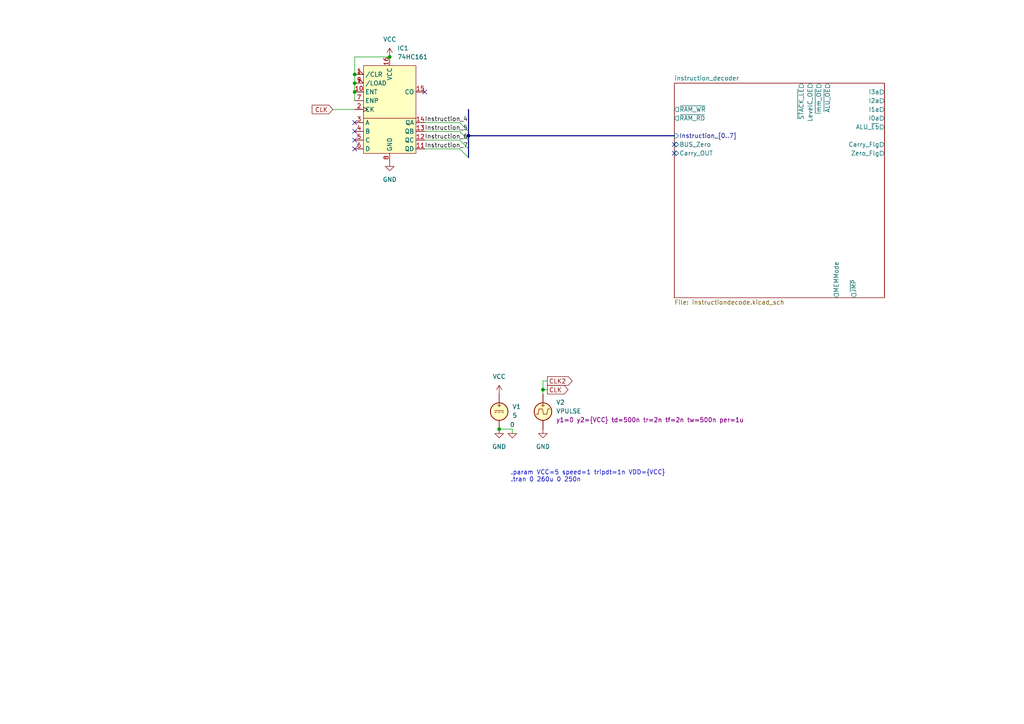
<source format=kicad_sch>
(kicad_sch (version 20231120) (generator "eeschema") (generator_version "8.0")
  (paper "A4")
  (lib_symbols
    (symbol "74xx_2:74HC161"
      (property "Reference" "IC" (at -8.89 12.7 0))
      (property "Value" "74HC161" (at 8.89 -13.97 0))
      (symbol "74HC161_0_1"
        (rectangle (start -7.62 12.7) (end 7.62 -12.7) (fill (type background)))
        (polyline (pts (xy -7.62 -2.54) (xy 7.62 -2.54)))
      )
      (symbol "74HC161_1_1"
        (pin input input_low (at -10.16 10.16 0) (length 2.54) (name "/CLR") (number "1"))
        (pin input line (at -10.16 5.08 0) (length 2.54) (name "ENT") (number "10"))
        (pin output line (at 10.16 -11.43 180) (length 2.54) (name "QD") (number "11"))
        (pin output line (at 10.16 -8.89 180) (length 2.54) (name "QC") (number "12"))
        (pin output line (at 10.16 -6.35 180) (length 2.54) (name "QB") (number "13"))
        (pin output line (at 10.16 -3.81 180) (length 2.54) (name "QA") (number "14"))
        (pin output line (at 10.16 5.08 180) (length 2.54) (name "CO") (number "15"))
        (pin power_in line (at 0 15.24 270) (length 2.54) (name "VCC") (number "16"))
        (pin input clock (at -10.16 0 0) (length 2.54) (name "CK") (number "2"))
        (pin input line (at -10.16 -3.81 0) (length 2.54) (name "A") (number "3"))
        (pin input line (at -10.16 -6.35 0) (length 2.54) (name "B") (number "4"))
        (pin input line (at -10.16 -8.89 0) (length 2.54) (name "C") (number "5"))
        (pin input line (at -10.16 -11.43 0) (length 2.54) (name "D") (number "6"))
        (pin input line (at -10.16 2.54 0) (length 2.54) (name "ENP") (number "7"))
        (pin power_in line (at 0 -15.24 90) (length 2.54) (name "GND") (number "8"))
        (pin input input_low (at -10.16 7.62 0) (length 2.54) (name "/LOAD") (number "9"))
      )
    )
    (symbol "Simulation_SPICE:0" (power) (pin_numbers hide) (pin_names (offset 0) hide)
      (property "Value" "0" (at 0 -2.54 0))
      (symbol "0_0_1"
        (polyline (pts (xy -1.27 0) (xy 0 -1.27) (xy 1.27 0) (xy -1.27 0)))
      )
      (symbol "0_1_1"
        (pin power_in line (at 0 0 0) (length 0) (name "~") (number "1"))
      )
    )
    (symbol "Simulation_SPICE:VDC" (pin_numbers hide) (pin_names (offset 0.0254))
      (property "Reference" "V" (at 2.54 2.54 0))
      (property "Value" "1" (at 2.54 0 0))
      (symbol "VDC_0_0"
        (polyline (pts (xy -1.27 0.254) (xy 1.27 0.254)))
        (polyline (pts (xy -0.762 -0.254) (xy -1.27 -0.254)))
        (polyline (pts (xy 0.254 -0.254) (xy -0.254 -0.254)))
        (polyline (pts (xy 1.27 -0.254) (xy 0.762 -0.254)))
        (text "+" (at 0 1.905 0) (effects (font (size 1.27 1.27))))
      )
      (symbol "VDC_0_1"
        (circle (center 0 0) (radius 2.54) (stroke (width 0.254)) (fill (type background)))
      )
      (symbol "VDC_1_1"
        (pin passive line (at 0 5.08 270) (length 2.54) (name "~") (number "1"))
        (pin passive line (at 0 -5.08 90) (length 2.54) (name "~") (number "2"))
      )
    )
    (symbol "Simulation_SPICE:VPULSE" (pin_numbers hide) (pin_names (offset 0.0254))
      (property "Reference" "V" (at 2.54 2.54 0))
      (property "Value" "VPULSE" (at 2.54 0 0))
      (property "Sim.Params" "y1=0 y2=1 td=2n tr=2n tf=2n tw=50n per=100n" (at 2.54 -2.54 0))
      (symbol "VPULSE_0_0"
        (polyline (pts (xy -2.032 -0.762) (xy -1.397 -0.762) (xy -1.143 0.762) (xy -0.127 0.762) (xy 0.127 -0.762) (xy 1.143 -0.762) (xy 1.397 0.762) (xy 2.032 0.762)))
        (text "+" (at 0 1.905 0) (effects (font (size 1.27 1.27))))
      )
      (symbol "VPULSE_0_1"
        (circle (center 0 0) (radius 2.54) (stroke (width 0.254)) (fill (type background)))
      )
      (symbol "VPULSE_1_1"
        (pin passive line (at 0 5.08 270) (length 2.54) (name "~") (number "1"))
        (pin passive line (at 0 -5.08 90) (length 2.54) (name "~") (number "2"))
      )
    )
    (symbol "power:GND" (power) (pin_numbers hide) (pin_names (offset 0) hide)
      (property "Value" "GND" (at 0 -3.81 0))
      (symbol "GND_0_1"
        (polyline (pts (xy 0 0) (xy 0 -1.27) (xy 1.27 -1.27) (xy 0 -2.54) (xy -1.27 -1.27) (xy 0 -1.27)))
      )
      (symbol "GND_1_1"
        (pin power_in line (at 0 0 270) (length 0) (name "~") (number "1"))
      )
    )
    (symbol "power:VCC" (power) (pin_numbers hide) (pin_names (offset 0) hide)
      (property "Value" "VCC" (at 0 3.556 0))
      (symbol "VCC_0_1"
        (polyline (pts (xy -0.762 1.27) (xy 0 2.54)))
        (polyline (pts (xy 0 0) (xy 0 2.54)))
        (polyline (pts (xy 0 2.54) (xy 0.762 1.27)))
      )
      (symbol "VCC_1_1"
        (pin power_in line (at 0 0 90) (length 0) (name "~") (number "1"))
      )
    )
  )
  (junction (at 102.87 26.67))
  (junction (at 144.78 124.46))
  (junction (at 102.87 21.59))
  (junction (at 102.87 24.13))
  (junction (at 157.48 113.03))
  (junction (at 135.89 39.37))
  (junction (at 113.03 16.51))
  (no_connect (at 102.87 40.64))
  (no_connect (at 195.58 44.45))
  (no_connect (at 102.87 43.18))
  (no_connect (at 195.58 41.91))
  (no_connect (at 123.19 26.67))
  (no_connect (at 102.87 35.56))
  (no_connect (at 102.87 38.1))
  (bus_entry (at 135.89 38.1) (size -2.54 -2.54))
  (bus_entry (at 135.89 45.72) (size -2.54 -2.54))
  (bus_entry (at 135.89 40.64) (size -2.54 -2.54))
  (bus_entry (at 135.89 43.18) (size -2.54 -2.54))
  (wire (pts (xy 102.87 26.67) (xy 102.87 29.21)))
  (wire (pts (xy 102.87 21.59) (xy 102.87 24.13)))
  (wire (pts (xy 102.87 16.51) (xy 113.03 16.51)))
  (wire (pts (xy 148.59 124.46) (xy 144.78 124.46)))
  (wire (pts (xy 133.35 35.56) (xy 123.19 35.56)))
  (wire (pts (xy 133.35 38.1) (xy 123.19 38.1)))
  (wire (pts (xy 123.19 43.18) (xy 133.35 43.18)))
  (bus (pts (xy 135.89 39.37) (xy 135.89 40.64)))
  (wire (pts (xy 102.87 16.51) (xy 102.87 21.59)))
  (wire (pts (xy 148.59 125.73) (xy 148.59 124.46)))
  (bus (pts (xy 135.89 39.37) (xy 195.58 39.37)))
  (wire (pts (xy 157.48 110.49) (xy 157.48 113.03)))
  (wire (pts (xy 96.52 31.75) (xy 102.87 31.75)))
  (bus (pts (xy 135.89 38.1) (xy 135.89 31.75)))
  (wire (pts (xy 157.48 113.03) (xy 158.75 113.03)))
  (bus (pts (xy 135.89 40.64) (xy 135.89 43.18)))
  (bus (pts (xy 135.89 39.37) (xy 135.89 38.1)))
  (wire (pts (xy 157.48 114.3) (xy 157.48 113.03)))
  (wire (pts (xy 102.87 24.13) (xy 102.87 26.67)))
  (wire (pts (xy 158.75 110.49) (xy 157.48 110.49)))
  (bus (pts (xy 135.89 43.18) (xy 135.89 45.72)))
  (wire (pts (xy 123.19 40.64) (xy 133.35 40.64)))
  (text ".param VCC=5 speed=1 tripdt=1n VDD={VCC}\n.tran 0 260u 0 250n" (at 148.082 138.176 0) (effects (font (size 1.27 1.27)) (justify left)))
  (label "Instruction_5" (at 123.19 38.1 0))
  (label "Instruction_4" (at 123.19 35.56 0))
  (label "Instruction_6" (at 123.19 40.64 0))
  (label "Instruction_7" (at 123.19 43.18 0))
  (global_label "CLK" (shape output) (at 158.75 113.03 0) (property "Intersheetrefs" "${INTERSHEET_REFS}" (effects (hide yes))))
  (global_label "CLK" (shape input) (at 96.52 31.75 180) (property "Intersheetrefs" "${INTERSHEET_REFS}" (effects (hide yes))))
  (global_label "CLK2" (shape output) (at 158.75 110.49 0) (property "Intersheetrefs" "${INTERSHEET_REFS}" (effects (hide yes))))
  (symbol (lib_id "74xx_2:74HC161") (at 113.03 31.75 0) (unit 1)
    (property "Reference" "IC1" (at 115.2241 13.97 0) (effects (justify left)))
    (property "Value" "74HC161" (at 115.2241 16.51 0) (effects (justify left)))
    (property "Datasheet" "https://toshiba.semicon-storage.com/info/TC74HC161AF_datasheet_ja_20140301.pdf?did=10806&prodName=TC74HC161AF" (effects (hide yes)))
    (property "Description" "CMOS 4bit presettable synchronous counter with asynchronous reset" (effects (hide yes)))
    (property "Sim.Library" "sim\\74hc.lib" (effects (hide yes)))
    (property "Sim.Name" "74HC161" (effects (hide yes)))
    (property "Sim.Device" "SUBCKT" (effects (hide yes)))
    (property "Sim.Pins" "1=MR 2=CP 3=D0 4=D1 5=D2 6=D3 7=CEP 8=VGND 9=PE 10=CET 11=Q3 12=Q2 13=Q1 14=Q0 15=TC 16=VCC" (effects (hide yes)))
  )
  (symbol (lib_id "power:GND") (at 144.78 124.46 0) (unit 1)
    (property "Reference" "#PWR02" (effects (hide yes)))
    (property "Value" "GND" (at 144.78 129.54 0))
    (property "Description" "Power symbol creates a global label with name \"GND\" , ground" (effects (hide yes)))
  )
  (symbol (lib_id "Simulation_SPICE:VDC") (at 144.78 119.38 0) (unit 1)
    (property "Reference" "V1" (at 148.59 117.9801 0) (effects (justify left)))
    (property "Value" "5" (at 148.59 120.5201 0) (effects (justify left)))
    (property "Datasheet" "https://ngspice.sourceforge.io/docs/ngspice-html-manual/manual.xhtml#sec_Independent_Sources_for" (effects (hide yes)))
    (property "Description" "Voltage source, DC" (effects (hide yes)))
    (property "Sim.Pins" "1=+ 2=-" (effects (hide yes)))
    (property "Sim.Type" "DC" (effects (hide yes)))
    (property "Sim.Device" "V" (effects (hide yes)))
  )
  (symbol (lib_id "power:VCC") (at 144.78 114.3 0) (unit 1)
    (property "Reference" "#PWR01" (effects (hide yes)))
    (property "Value" "VCC" (at 144.78 109.22 0))
    (property "Description" "Power symbol creates a global label with name \"VCC\"" (effects (hide yes)))
  )
  (symbol (lib_id "power:VCC") (at 113.03 16.51 0) (unit 1)
    (property "Reference" "#PWR05" (effects (hide yes)))
    (property "Value" "VCC" (at 113.03 11.43 0))
    (property "Description" "Power symbol creates a global label with name \"VCC\"" (effects (hide yes)))
  )
  (symbol (lib_id "Simulation_SPICE:0") (at 148.59 125.73 0) (unit 1)
    (property "Reference" "#GND01" (effects (hide yes)))
    (property "Value" "0" (at 148.59 123.19 0))
    (property "Datasheet" "https://ngspice.sourceforge.io/docs/ngspice-html-manual/manual.xhtml#subsec_Circuit_elements__device" (effects (hide yes)))
    (property "Description" "0V reference potential for simulation" (effects (hide yes)))
  )
  (symbol (lib_id "Simulation_SPICE:VPULSE") (at 157.48 119.38 0) (unit 1)
    (property "Reference" "V2" (at 161.29 116.7101 0) (effects (justify left)))
    (property "Value" "VPULSE" (at 161.29 119.2501 0) (effects (justify left)))
    (property "Datasheet" "https://ngspice.sourceforge.io/docs/ngspice-html-manual/manual.xhtml#sec_Independent_Sources_for" (effects (hide yes)))
    (property "Description" "Voltage source, pulse" (effects (hide yes)))
    (property "Sim.Pins" "1=+ 2=-" (effects (hide yes)))
    (property "Sim.Type" "PULSE" (effects (hide yes)))
    (property "Sim.Device" "V" (effects (hide yes)))
    (property "Sim.Params" "y1=0 y2={VCC} td=500n tr=2n tf=2n tw=500n per=1u" (at 161.29 121.7901 0) (effects (justify left)))
  )
  (symbol (lib_id "power:GND") (at 113.03 46.99 0) (unit 1)
    (property "Reference" "#PWR04" (effects (hide yes)))
    (property "Value" "GND" (at 113.03 52.07 0))
    (property "Description" "Power symbol creates a global label with name \"GND\" , ground" (effects (hide yes)))
  )
  (symbol (lib_id "power:GND") (at 157.48 124.46 0) (unit 1)
    (property "Reference" "#PWR03" (effects (hide yes)))
    (property "Value" "GND" (at 157.48 129.54 0))
    (property "Description" "Power symbol creates a global label with name \"GND\" , ground" (effects (hide yes)))
  )
  (sheet (at 195.58 24.13) (size 60.96 62.23) (stroke (width 0.1524))
    (property "Sheetname" "instruction_decoder" (at 195.58 23.4184 0) (effects (justify left bottom)))
    (property "Sheetfile" "instructiondecode.kicad_sch" (at 195.58 86.9446 0) (effects (justify left top)))
    (pin "I0a" output (at 256.54 34.29 0))
    (pin "I1a" output (at 256.54 31.75 0))
    (pin "I2a" output (at 256.54 29.21 0))
    (pin "I3a" output (at 256.54 26.67 0))
    (pin "LevelC_OE" output (at 234.95 24.13 90))
    (pin "MEMMode" output (at 242.57 86.36 270))
    (pin "~{STACK_LE}" output (at 232.41 24.13 90))
    (pin "Carry_Flg" output (at 256.54 41.91 0))
    (pin "~{JMP}" output (at 247.65 86.36 270))
    (pin "~{Imm_OE}" output (at 237.49 24.13 90))
    (pin "ALU_~{Eb}" output (at 256.54 36.83 0))
    (pin "~{ALU_OE}" output (at 240.03 24.13 90))
    (pin "Zero_Flg" output (at 256.54 44.45 0))
    (pin "BUS_Zero" input (at 195.58 41.91 180))
    (pin "Carry_OUT" input (at 195.58 44.45 180))
    (pin "Instruction_[0..7]" input (at 195.58 39.37 180))
    (pin "~{RAM_WR}" output (at 195.58 31.75 180))
    (pin "~{RAM_RD}" output (at 195.58 34.29 180))
  )
)
</source>
